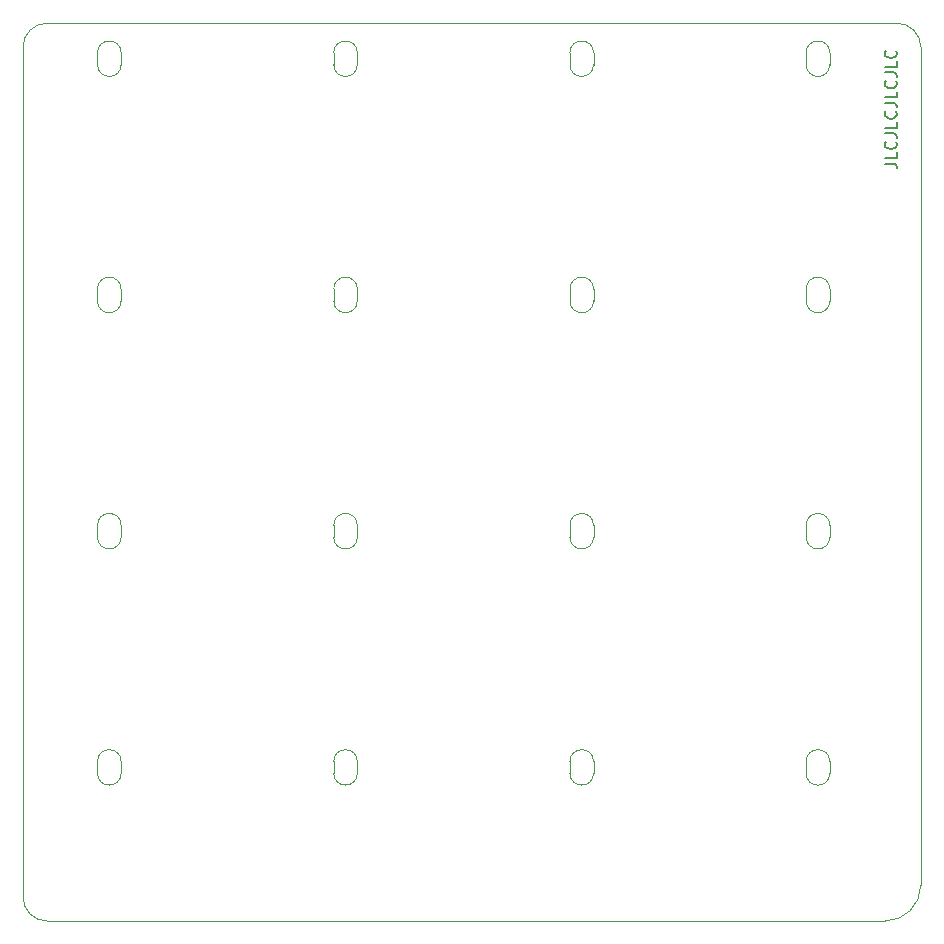
<source format=gbr>
%TF.GenerationSoftware,KiCad,Pcbnew,7.0.8-7.0.8~ubuntu22.04.1*%
%TF.CreationDate,2023-10-30T19:30:10-07:00*%
%TF.ProjectId,buttons,62757474-6f6e-4732-9e6b-696361645f70,rev?*%
%TF.SameCoordinates,Original*%
%TF.FileFunction,Profile,NP*%
%FSLAX46Y46*%
G04 Gerber Fmt 4.6, Leading zero omitted, Abs format (unit mm)*
G04 Created by KiCad (PCBNEW 7.0.8-7.0.8~ubuntu22.04.1) date 2023-10-30 19:30:10*
%MOMM*%
%LPD*%
G01*
G04 APERTURE LIST*
%ADD10C,0.150000*%
%TA.AperFunction,Profile*%
%ADD11C,0.100000*%
%TD*%
%TA.AperFunction,Profile*%
%ADD12C,0.120000*%
%TD*%
G04 APERTURE END LIST*
D10*
X184969819Y-73877506D02*
X185684104Y-73877506D01*
X185684104Y-73877506D02*
X185826961Y-73925125D01*
X185826961Y-73925125D02*
X185922200Y-74020363D01*
X185922200Y-74020363D02*
X185969819Y-74163220D01*
X185969819Y-74163220D02*
X185969819Y-74258458D01*
X185969819Y-72925125D02*
X185969819Y-73401315D01*
X185969819Y-73401315D02*
X184969819Y-73401315D01*
X185874580Y-72020363D02*
X185922200Y-72067982D01*
X185922200Y-72067982D02*
X185969819Y-72210839D01*
X185969819Y-72210839D02*
X185969819Y-72306077D01*
X185969819Y-72306077D02*
X185922200Y-72448934D01*
X185922200Y-72448934D02*
X185826961Y-72544172D01*
X185826961Y-72544172D02*
X185731723Y-72591791D01*
X185731723Y-72591791D02*
X185541247Y-72639410D01*
X185541247Y-72639410D02*
X185398390Y-72639410D01*
X185398390Y-72639410D02*
X185207914Y-72591791D01*
X185207914Y-72591791D02*
X185112676Y-72544172D01*
X185112676Y-72544172D02*
X185017438Y-72448934D01*
X185017438Y-72448934D02*
X184969819Y-72306077D01*
X184969819Y-72306077D02*
X184969819Y-72210839D01*
X184969819Y-72210839D02*
X185017438Y-72067982D01*
X185017438Y-72067982D02*
X185065057Y-72020363D01*
X184969819Y-71306077D02*
X185684104Y-71306077D01*
X185684104Y-71306077D02*
X185826961Y-71353696D01*
X185826961Y-71353696D02*
X185922200Y-71448934D01*
X185922200Y-71448934D02*
X185969819Y-71591791D01*
X185969819Y-71591791D02*
X185969819Y-71687029D01*
X185969819Y-70353696D02*
X185969819Y-70829886D01*
X185969819Y-70829886D02*
X184969819Y-70829886D01*
X185874580Y-69448934D02*
X185922200Y-69496553D01*
X185922200Y-69496553D02*
X185969819Y-69639410D01*
X185969819Y-69639410D02*
X185969819Y-69734648D01*
X185969819Y-69734648D02*
X185922200Y-69877505D01*
X185922200Y-69877505D02*
X185826961Y-69972743D01*
X185826961Y-69972743D02*
X185731723Y-70020362D01*
X185731723Y-70020362D02*
X185541247Y-70067981D01*
X185541247Y-70067981D02*
X185398390Y-70067981D01*
X185398390Y-70067981D02*
X185207914Y-70020362D01*
X185207914Y-70020362D02*
X185112676Y-69972743D01*
X185112676Y-69972743D02*
X185017438Y-69877505D01*
X185017438Y-69877505D02*
X184969819Y-69734648D01*
X184969819Y-69734648D02*
X184969819Y-69639410D01*
X184969819Y-69639410D02*
X185017438Y-69496553D01*
X185017438Y-69496553D02*
X185065057Y-69448934D01*
X184969819Y-68734648D02*
X185684104Y-68734648D01*
X185684104Y-68734648D02*
X185826961Y-68782267D01*
X185826961Y-68782267D02*
X185922200Y-68877505D01*
X185922200Y-68877505D02*
X185969819Y-69020362D01*
X185969819Y-69020362D02*
X185969819Y-69115600D01*
X185969819Y-67782267D02*
X185969819Y-68258457D01*
X185969819Y-68258457D02*
X184969819Y-68258457D01*
X185874580Y-66877505D02*
X185922200Y-66925124D01*
X185922200Y-66925124D02*
X185969819Y-67067981D01*
X185969819Y-67067981D02*
X185969819Y-67163219D01*
X185969819Y-67163219D02*
X185922200Y-67306076D01*
X185922200Y-67306076D02*
X185826961Y-67401314D01*
X185826961Y-67401314D02*
X185731723Y-67448933D01*
X185731723Y-67448933D02*
X185541247Y-67496552D01*
X185541247Y-67496552D02*
X185398390Y-67496552D01*
X185398390Y-67496552D02*
X185207914Y-67448933D01*
X185207914Y-67448933D02*
X185112676Y-67401314D01*
X185112676Y-67401314D02*
X185017438Y-67306076D01*
X185017438Y-67306076D02*
X184969819Y-67163219D01*
X184969819Y-67163219D02*
X184969819Y-67067981D01*
X184969819Y-67067981D02*
X185017438Y-66925124D01*
X185017438Y-66925124D02*
X185065057Y-66877505D01*
X184969819Y-66163219D02*
X185684104Y-66163219D01*
X185684104Y-66163219D02*
X185826961Y-66210838D01*
X185826961Y-66210838D02*
X185922200Y-66306076D01*
X185922200Y-66306076D02*
X185969819Y-66448933D01*
X185969819Y-66448933D02*
X185969819Y-66544171D01*
X185969819Y-65210838D02*
X185969819Y-65687028D01*
X185969819Y-65687028D02*
X184969819Y-65687028D01*
X185874580Y-64306076D02*
X185922200Y-64353695D01*
X185922200Y-64353695D02*
X185969819Y-64496552D01*
X185969819Y-64496552D02*
X185969819Y-64591790D01*
X185969819Y-64591790D02*
X185922200Y-64734647D01*
X185922200Y-64734647D02*
X185826961Y-64829885D01*
X185826961Y-64829885D02*
X185731723Y-64877504D01*
X185731723Y-64877504D02*
X185541247Y-64925123D01*
X185541247Y-64925123D02*
X185398390Y-64925123D01*
X185398390Y-64925123D02*
X185207914Y-64877504D01*
X185207914Y-64877504D02*
X185112676Y-64829885D01*
X185112676Y-64829885D02*
X185017438Y-64734647D01*
X185017438Y-64734647D02*
X184969819Y-64591790D01*
X184969819Y-64591790D02*
X184969819Y-64496552D01*
X184969819Y-64496552D02*
X185017438Y-64353695D01*
X185017438Y-64353695D02*
X185065057Y-64306076D01*
D11*
X186000000Y-62000000D02*
X114000000Y-62000000D01*
X188000000Y-135000000D02*
X188000000Y-64000000D01*
X114000000Y-138000000D02*
X185000000Y-138000000D01*
X112000000Y-64000000D02*
X112000000Y-136000000D01*
X185000000Y-138000000D02*
G75*
G03*
X188000000Y-135000000I0J3000000D01*
G01*
X112000000Y-136000000D02*
G75*
G03*
X114000000Y-138000000I1999999J-1D01*
G01*
X114000000Y-62000000D02*
G75*
G03*
X112000000Y-64000000I-1J-1999999D01*
G01*
X188000000Y-64000000D02*
G75*
G03*
X186000000Y-62000000I-2000000J0D01*
G01*
D12*
%TO.C,D3*%
X158300000Y-64500000D02*
X158300000Y-65500000D01*
X160300000Y-64500000D02*
X160300000Y-65500000D01*
X160300000Y-64500000D02*
G75*
G03*
X158300000Y-64500000I-1000000J0D01*
G01*
X158300000Y-65500000D02*
G75*
G03*
X160300000Y-65500000I1000000J0D01*
G01*
%TO.C,D11*%
X158300000Y-104500000D02*
X158300000Y-105500000D01*
X160300000Y-104500000D02*
X160300000Y-105500000D01*
X160300000Y-104500000D02*
G75*
G03*
X158300000Y-104500000I-1000000J0D01*
G01*
X158300000Y-105500000D02*
G75*
G03*
X160300000Y-105500000I1000000J0D01*
G01*
%TO.C,D13*%
X118300000Y-124500000D02*
X118300000Y-125500000D01*
X120300000Y-124500000D02*
X120300000Y-125500000D01*
X120300000Y-124500000D02*
G75*
G03*
X118300000Y-124500000I-1000000J0D01*
G01*
X118300000Y-125500000D02*
G75*
G03*
X120300000Y-125500000I1000000J0D01*
G01*
%TO.C,D2*%
X138300000Y-64500000D02*
X138300000Y-65500000D01*
X140300000Y-64500000D02*
X140300000Y-65500000D01*
X140300000Y-64500000D02*
G75*
G03*
X138300000Y-64500000I-1000000J0D01*
G01*
X138300000Y-65500000D02*
G75*
G03*
X140300000Y-65500000I1000000J0D01*
G01*
%TO.C,D16*%
X178300000Y-124500000D02*
X178300000Y-125500000D01*
X180300000Y-124500000D02*
X180300000Y-125500000D01*
X180300000Y-124500000D02*
G75*
G03*
X178300000Y-124500000I-1000000J0D01*
G01*
X178300000Y-125500000D02*
G75*
G03*
X180300000Y-125500000I1000000J0D01*
G01*
%TO.C,D8*%
X178300000Y-84500000D02*
X178300000Y-85500000D01*
X180300000Y-84500000D02*
X180300000Y-85500000D01*
X180300000Y-84500000D02*
G75*
G03*
X178300000Y-84500000I-1000000J0D01*
G01*
X178300000Y-85500000D02*
G75*
G03*
X180300000Y-85500000I1000000J0D01*
G01*
%TO.C,D6*%
X138300000Y-84500000D02*
X138300000Y-85500000D01*
X140300000Y-84500000D02*
X140300000Y-85500000D01*
X140300000Y-84500000D02*
G75*
G03*
X138300000Y-84500000I-1000000J0D01*
G01*
X138300000Y-85500000D02*
G75*
G03*
X140300000Y-85500000I1000000J0D01*
G01*
%TO.C,D10*%
X138300000Y-104500000D02*
X138300000Y-105500000D01*
X140300000Y-104500000D02*
X140300000Y-105500000D01*
X140300000Y-104500000D02*
G75*
G03*
X138300000Y-104500000I-1000000J0D01*
G01*
X138300000Y-105500000D02*
G75*
G03*
X140300000Y-105500000I1000000J0D01*
G01*
%TO.C,D12*%
X178300000Y-104500000D02*
X178300000Y-105500000D01*
X180300000Y-104500000D02*
X180300000Y-105500000D01*
X180300000Y-104500000D02*
G75*
G03*
X178300000Y-104500000I-1000000J0D01*
G01*
X178300000Y-105500000D02*
G75*
G03*
X180300000Y-105500000I1000000J0D01*
G01*
%TO.C,D1*%
X118300000Y-64500000D02*
X118300000Y-65500000D01*
X120300000Y-64500000D02*
X120300000Y-65500000D01*
X120300000Y-64500000D02*
G75*
G03*
X118300000Y-64500000I-1000000J0D01*
G01*
X118300000Y-65500000D02*
G75*
G03*
X120300000Y-65500000I1000000J0D01*
G01*
%TO.C,D4*%
X178300000Y-64500000D02*
X178300000Y-65500000D01*
X180300000Y-64500000D02*
X180300000Y-65500000D01*
X180300000Y-64500000D02*
G75*
G03*
X178300000Y-64500000I-1000000J0D01*
G01*
X178300000Y-65500000D02*
G75*
G03*
X180300000Y-65500000I1000000J0D01*
G01*
%TO.C,D5*%
X118300000Y-84500000D02*
X118300000Y-85500000D01*
X120300000Y-84500000D02*
X120300000Y-85500000D01*
X120300000Y-84500000D02*
G75*
G03*
X118300000Y-84500000I-1000000J0D01*
G01*
X118300000Y-85500000D02*
G75*
G03*
X120300000Y-85500000I1000000J0D01*
G01*
%TO.C,D14*%
X138300000Y-124500000D02*
X138300000Y-125500000D01*
X140300000Y-124500000D02*
X140300000Y-125500000D01*
X140300000Y-124500000D02*
G75*
G03*
X138300000Y-124500000I-1000000J0D01*
G01*
X138300000Y-125500000D02*
G75*
G03*
X140300000Y-125500000I1000000J0D01*
G01*
%TO.C,D15*%
X158300000Y-124500000D02*
X158300000Y-125500000D01*
X160300000Y-124500000D02*
X160300000Y-125500000D01*
X160300000Y-124500000D02*
G75*
G03*
X158300000Y-124500000I-1000000J0D01*
G01*
X158300000Y-125500000D02*
G75*
G03*
X160300000Y-125500000I1000000J0D01*
G01*
%TO.C,D9*%
X118300000Y-104500000D02*
X118300000Y-105500000D01*
X120300000Y-104500000D02*
X120300000Y-105500000D01*
X120300000Y-104500000D02*
G75*
G03*
X118300000Y-104500000I-1000000J0D01*
G01*
X118300000Y-105500000D02*
G75*
G03*
X120300000Y-105500000I1000000J0D01*
G01*
%TO.C,D7*%
X158300000Y-84500000D02*
X158300000Y-85500000D01*
X160300000Y-84500000D02*
X160300000Y-85500000D01*
X160300000Y-84500000D02*
G75*
G03*
X158300000Y-84500000I-1000000J0D01*
G01*
X158300000Y-85500000D02*
G75*
G03*
X160300000Y-85500000I1000000J0D01*
G01*
%TD*%
M02*

</source>
